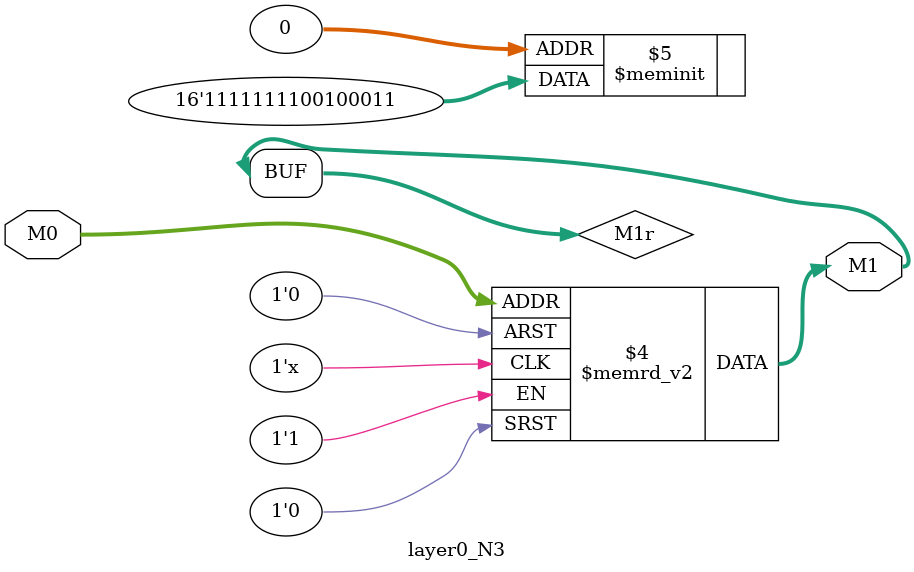
<source format=v>
module layer0_N3 ( input [2:0] M0, output [1:0] M1 );

	(*rom_style = "distributed" *) reg [1:0] M1r;
	assign M1 = M1r;
	always @ (M0) begin
		case (M0)
			3'b000: M1r = 2'b11;
			3'b100: M1r = 2'b11;
			3'b010: M1r = 2'b10;
			3'b110: M1r = 2'b11;
			3'b001: M1r = 2'b00;
			3'b101: M1r = 2'b11;
			3'b011: M1r = 2'b00;
			3'b111: M1r = 2'b11;

		endcase
	end
endmodule

</source>
